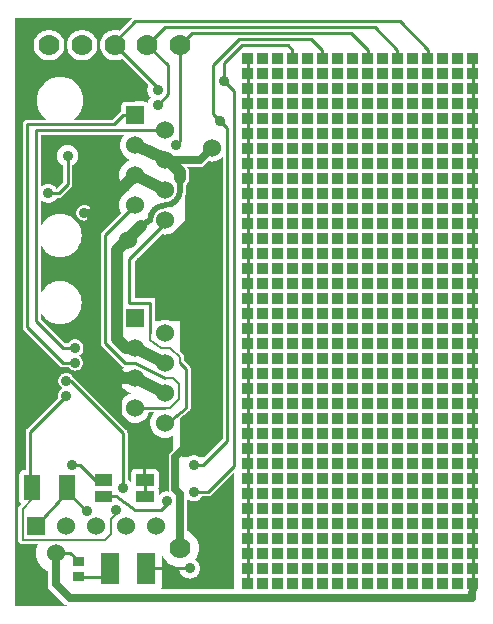
<source format=gtl>
G04 start of page 2 for group 0 idx 0 *
G04 Title: (unknown), component *
G04 Creator: pcb 1.99z *
G04 CreationDate: Tue 27 Apr 2010 23:23:43 GMT UTC *
G04 For: richard *
G04 Format: Gerber/RS-274X *
G04 PCB-Dimensions: 157480 196850 *
G04 PCB-Coordinate-Origin: lower left *
%MOIN*%
%FSLAX25Y25*%
%LNFRONT*%
%ADD11C,0.0200*%
%ADD12C,0.0100*%
%ADD13C,0.0400*%
%ADD14C,0.0250*%
%ADD15C,0.0079*%
%ADD16C,0.0600*%
%ADD17C,0.0360*%
%ADD18C,0.0700*%
%ADD19R,0.0530X0.0530*%
%ADD20R,0.0394X0.0394*%
%ADD21R,0.0295X0.0295*%
%ADD22R,0.0600X0.0600*%
%ADD23C,0.0350*%
%ADD24C,0.1280*%
%ADD25C,0.0380*%
%ADD26C,0.0197*%
G54D11*G36*
X51829Y38597D02*X51501Y38676D01*
X51000Y38715D01*
X50499Y38676D01*
X50011Y38558D01*
X49547Y38366D01*
X49119Y38104D01*
X48737Y37778D01*
X48461Y37455D01*
X48452Y39208D01*
X48386Y39481D01*
X48289Y39715D01*
X48386Y39949D01*
X48452Y40222D01*
X48474Y40502D01*
X48452Y44720D01*
X48386Y44993D01*
X48279Y45252D01*
X48133Y45491D01*
X47950Y45704D01*
X47737Y45887D01*
X47498Y46033D01*
X47239Y46140D01*
X46966Y46206D01*
X46686Y46228D01*
X40500Y46206D01*
X40227Y46140D01*
X39968Y46033D01*
X39729Y45887D01*
X39516Y45704D01*
X39333Y45491D01*
X39187Y45252D01*
X39080Y44993D01*
X39014Y44720D01*
X38992Y44440D01*
X39005Y41876D01*
X38877Y42026D01*
X38495Y42352D01*
X38095Y42597D01*
X37999Y58005D01*
X38000Y58016D01*
X37988Y58167D01*
X37981Y58252D01*
X37980Y58259D01*
X37926Y58479D01*
X37924Y58487D01*
X37871Y58612D01*
X37836Y58697D01*
X37833Y58702D01*
X37832Y58704D01*
X37759Y58822D01*
X37713Y58897D01*
X37711Y58900D01*
X37708Y58904D01*
X37656Y58964D01*
X37560Y59076D01*
X20067Y76569D01*
X20061Y76576D01*
X19882Y76729D01*
X19744Y76813D01*
X19603Y77043D01*
X19338Y77353D01*
X19028Y77618D01*
X18680Y77832D01*
X18303Y77988D01*
X17907Y78083D01*
X17500Y78115D01*
X17093Y78083D01*
X16697Y77988D01*
X16320Y77832D01*
X15972Y77618D01*
X15662Y77353D01*
X15397Y77043D01*
X15183Y76695D01*
X15027Y76318D01*
X14932Y75922D01*
X14900Y75515D01*
X14932Y75108D01*
X15027Y74712D01*
X15183Y74335D01*
X15397Y73987D01*
X15662Y73677D01*
X15972Y73412D01*
X16320Y73198D01*
X16502Y73123D01*
X16229Y73010D01*
X15854Y72780D01*
X15520Y72495D01*
X15235Y72161D01*
X15005Y71786D01*
X14837Y71380D01*
X14734Y70953D01*
X14700Y70515D01*
X14734Y70077D01*
X14774Y69911D01*
X4439Y59576D01*
X4286Y59397D01*
X4163Y59196D01*
X4072Y58979D01*
X4017Y58750D01*
X3999Y58515D01*
Y45848D01*
X3300Y45845D01*
X3056Y45787D01*
X2824Y45691D01*
X2610Y45559D01*
X2419Y45396D01*
X2256Y45205D01*
X2124Y44991D01*
X2028Y44759D01*
X1970Y44515D01*
X1950Y44265D01*
X1970Y35515D01*
X2028Y35271D01*
X2124Y35039D01*
X2256Y34825D01*
X2419Y34634D01*
X2573Y34502D01*
X1943Y33872D01*
X1845Y33756D01*
X1791Y33693D01*
X1669Y33493D01*
X1579Y33277D01*
X1524Y33049D01*
X1506Y32815D01*
Y22515D01*
X1524Y22281D01*
X1579Y22053D01*
X1669Y21837D01*
X1791Y21637D01*
X1944Y21459D01*
X2122Y21306D01*
X2322Y21184D01*
X2538Y21094D01*
X2766Y21039D01*
X3000Y21021D01*
X8054D01*
X7717Y20208D01*
X7469Y19172D01*
X7385Y18110D01*
X7469Y17048D01*
X7717Y16012D01*
X8125Y15028D01*
X8681Y14120D01*
X9373Y13310D01*
X10183Y12618D01*
X11091Y12062D01*
X11323Y11966D01*
Y7874D01*
X11358Y7428D01*
X11462Y6993D01*
X11533Y6822D01*
X11633Y6581D01*
X11867Y6199D01*
X12157Y5859D01*
X16882Y1134D01*
X17223Y843D01*
X17605Y609D01*
X18018Y438D01*
X18206Y393D01*
X394D01*
Y78740D01*
X35811D01*
X35555Y78122D01*
X35364Y77328D01*
X35300Y76515D01*
X35364Y75702D01*
X35555Y74908D01*
X35867Y74154D01*
X36293Y73459D01*
X36823Y72838D01*
X37444Y72308D01*
X38139Y71882D01*
X38893Y71570D01*
X39548Y71412D01*
X38955Y71270D01*
X38230Y70970D01*
X37561Y70560D01*
X36964Y70051D01*
X36455Y69454D01*
X36045Y68785D01*
X35745Y68060D01*
X35562Y67297D01*
X35500Y66515D01*
X35562Y65733D01*
X35745Y64970D01*
X36045Y64245D01*
X36455Y63576D01*
X36964Y62979D01*
X37561Y62470D01*
X38230Y62060D01*
X38955Y61760D01*
X39718Y61577D01*
X40500Y61515D01*
X41282Y61577D01*
X42045Y61760D01*
X42770Y62060D01*
X43439Y62470D01*
X44036Y62979D01*
X44545Y63576D01*
X44955Y64245D01*
X45255Y64970D01*
X45266Y65015D01*
X46933D01*
X46455Y64454D01*
X46045Y63785D01*
X45745Y63060D01*
X45562Y62297D01*
X45500Y61515D01*
X45562Y60733D01*
X45745Y59970D01*
X46045Y59245D01*
X46455Y58576D01*
X46964Y57979D01*
X47561Y57470D01*
X48230Y57060D01*
X48955Y56760D01*
X49718Y56577D01*
X50500Y56515D01*
X51282Y56577D01*
X52045Y56760D01*
X52770Y57060D01*
X53150Y57293D01*
Y52103D01*
X52915Y52006D01*
X52614Y51821D01*
X52345Y51592D01*
X52116Y51323D01*
X51931Y51022D01*
X51796Y50696D01*
X51714Y50352D01*
X51686Y50000D01*
Y39370D01*
X51715Y39018D01*
X51797Y38675D01*
X51829Y38597D01*
G37*
G36*
X49574Y17609D02*X49899Y16825D01*
X50415Y15982D01*
X51057Y15230D01*
X51809Y14588D01*
X52652Y14072D01*
X53565Y13693D01*
X54526Y13463D01*
X55293Y13402D01*
X55261Y12992D01*
X55303Y12460D01*
X55427Y11941D01*
X55632Y11448D01*
X55910Y10994D01*
X56257Y10588D01*
X56663Y10241D01*
X57117Y9963D01*
X57610Y9758D01*
X58129Y9634D01*
X58661Y9592D01*
X59193Y9634D01*
X59712Y9758D01*
X60205Y9963D01*
X60659Y10241D01*
X61065Y10588D01*
X61412Y10994D01*
X61690Y11448D01*
X61895Y11941D01*
X62019Y12460D01*
X62061Y12992D01*
X62019Y13524D01*
X61895Y14043D01*
X61690Y14536D01*
X61412Y14990D01*
X61065Y15396D01*
X60659Y15743D01*
X60492Y15845D01*
X60609Y15982D01*
X61125Y16825D01*
X61504Y17738D01*
X61734Y18699D01*
X61812Y19685D01*
X61734Y20671D01*
X61504Y21632D01*
X61125Y22545D01*
X60609Y23388D01*
X59967Y24140D01*
X59215Y24782D01*
X58372Y25298D01*
X57762Y25551D01*
Y36231D01*
X58119Y35926D01*
X58547Y35664D01*
X59011Y35472D01*
X59499Y35354D01*
X60000Y35315D01*
X60501Y35354D01*
X60989Y35472D01*
X61453Y35664D01*
X61881Y35926D01*
X62263Y36252D01*
X62589Y36634D01*
X62822Y37015D01*
X64893D01*
X65128Y37032D01*
X65357Y37087D01*
X65574Y37178D01*
X65775Y37301D01*
X65954Y37454D01*
X65966Y37468D01*
X73622Y45124D01*
Y5999D01*
X48798D01*
X48841Y6036D01*
X49106Y6346D01*
X49320Y6694D01*
X49476Y7071D01*
X49571Y7467D01*
X49603Y7874D01*
X49574Y17609D01*
G37*
G36*
X23500Y157515D02*X36933D01*
X36455Y156954D01*
X36045Y156285D01*
X35745Y155560D01*
X35562Y154797D01*
X35500Y154015D01*
X35562Y153233D01*
X35745Y152470D01*
X36045Y151745D01*
X36455Y151076D01*
X36964Y150479D01*
X37561Y149970D01*
X38230Y149560D01*
X38955Y149260D01*
X39120Y149220D01*
X38831Y149151D01*
X38048Y148826D01*
X37326Y148384D01*
X36682Y147833D01*
X36131Y147189D01*
X35689Y146467D01*
X35364Y145684D01*
X35166Y144860D01*
X35100Y144015D01*
X35166Y143170D01*
X35364Y142346D01*
X35689Y141563D01*
X36131Y140841D01*
X36682Y140197D01*
X37326Y139646D01*
X38048Y139204D01*
X38503Y139015D01*
X38048Y138826D01*
X37326Y138384D01*
X36682Y137833D01*
X36131Y137189D01*
X35689Y136467D01*
X35364Y135684D01*
X35166Y134860D01*
X35100Y134015D01*
X35166Y133170D01*
X35364Y132346D01*
X35689Y131563D01*
X35779Y131416D01*
X29439Y125076D01*
X29286Y124897D01*
X29163Y124696D01*
X29073Y124479D01*
X29018Y124250D01*
X29000Y124015D01*
Y88015D01*
X29018Y87780D01*
X29073Y87551D01*
X29163Y87334D01*
X29286Y87133D01*
X29439Y86954D01*
X29446Y86948D01*
X35933Y80461D01*
X35939Y80454D01*
X36118Y80301D01*
X36319Y80178D01*
X36536Y80088D01*
X36701Y80048D01*
X36293Y79571D01*
X35867Y78876D01*
X35648Y78346D01*
X23500D01*
Y128927D01*
X23905Y128959D01*
X24300Y129054D01*
X24675Y129209D01*
X25021Y129421D01*
X25330Y129685D01*
X25594Y129994D01*
X25806Y130340D01*
X25961Y130715D01*
X26056Y131110D01*
X26088Y131515D01*
X26056Y131920D01*
X25961Y132315D01*
X25806Y132690D01*
X25594Y133036D01*
X25330Y133345D01*
X25021Y133609D01*
X24675Y133821D01*
X24300Y133976D01*
X23905Y134071D01*
X23500Y134103D01*
Y157515D01*
G37*
G36*
Y196456D02*X39630D01*
X39490Y196336D01*
X35411Y192257D01*
X34656Y192438D01*
X33858Y192501D01*
X33060Y192438D01*
X32282Y192251D01*
X31543Y191945D01*
X30860Y191527D01*
X30252Y191007D01*
X29732Y190399D01*
X29314Y189716D01*
X29008Y188977D01*
X28821Y188199D01*
X28758Y187401D01*
X28821Y186603D01*
X29008Y185825D01*
X29314Y185086D01*
X29732Y184403D01*
X30252Y183795D01*
X30860Y183275D01*
X31543Y182857D01*
X32282Y182551D01*
X33060Y182364D01*
X33858Y182301D01*
X34656Y182364D01*
X35434Y182551D01*
X36173Y182857D01*
X36240Y182898D01*
X45012Y174126D01*
X44971Y174059D01*
X44766Y173566D01*
X44642Y173047D01*
X44600Y172515D01*
X44642Y171983D01*
X44766Y171464D01*
X44971Y170971D01*
X45249Y170517D01*
X45596Y170111D01*
X45708Y170015D01*
X45596Y169919D01*
X45249Y169513D01*
X44971Y169059D01*
X44766Y168566D01*
X44658Y168114D01*
X44631Y168146D01*
X44440Y168309D01*
X44226Y168441D01*
X43994Y168537D01*
X43750Y168595D01*
X43500Y168615D01*
X37250Y168595D01*
X37006Y168537D01*
X36774Y168441D01*
X36560Y168309D01*
X36369Y168146D01*
X36206Y167955D01*
X36074Y167741D01*
X35978Y167509D01*
X35920Y167265D01*
X35900Y167015D01*
X35905Y165388D01*
X35819Y165352D01*
X35618Y165229D01*
X35439Y165076D01*
X32878Y162515D01*
X23500D01*
Y182353D01*
X23633Y182364D01*
X24411Y182551D01*
X25150Y182857D01*
X25833Y183275D01*
X26441Y183795D01*
X26961Y184403D01*
X27379Y185086D01*
X27685Y185825D01*
X27872Y186603D01*
X27935Y187401D01*
X27872Y188199D01*
X27685Y188977D01*
X27379Y189716D01*
X26961Y190399D01*
X26441Y191007D01*
X25833Y191527D01*
X25150Y191945D01*
X24411Y192251D01*
X23633Y192438D01*
X23500Y192448D01*
Y196456D01*
G37*
G36*
X11811Y84083D02*X15433Y80461D01*
X15439Y80454D01*
X15618Y80301D01*
X15819Y80178D01*
X16036Y80088D01*
X16265Y80033D01*
X16500Y80015D01*
X18380D01*
X18397Y79987D01*
X18662Y79677D01*
X18972Y79412D01*
X19320Y79198D01*
X19697Y79042D01*
X20093Y78947D01*
X20500Y78915D01*
X20907Y78947D01*
X21303Y79042D01*
X21680Y79198D01*
X22028Y79412D01*
X22338Y79677D01*
X22603Y79987D01*
X22817Y80335D01*
X22973Y80712D01*
X23068Y81108D01*
X23100Y81515D01*
X23068Y81922D01*
X22973Y82318D01*
X22817Y82695D01*
X22603Y83043D01*
X22338Y83353D01*
X22028Y83618D01*
X21680Y83832D01*
X21498Y83907D01*
X21771Y84020D01*
X22146Y84250D01*
X22480Y84535D01*
X22765Y84869D01*
X22995Y85244D01*
X23163Y85650D01*
X23266Y86077D01*
X23300Y86515D01*
X23266Y86953D01*
X23163Y87380D01*
X22995Y87786D01*
X22765Y88161D01*
X22480Y88495D01*
X22146Y88780D01*
X21771Y89010D01*
X21365Y89178D01*
X20938Y89281D01*
X20500Y89315D01*
X20062Y89281D01*
X19635Y89178D01*
X19229Y89010D01*
X18854Y88780D01*
X18520Y88495D01*
X18235Y88161D01*
X18145Y88015D01*
X17121D01*
X11811Y93325D01*
Y95371D01*
X12237Y95110D01*
X13279Y94679D01*
X14376Y94415D01*
X15500Y94327D01*
X16624Y94415D01*
X17721Y94679D01*
X18763Y95110D01*
X19725Y95700D01*
X20583Y96432D01*
X21315Y97290D01*
X21905Y98252D01*
X22336Y99294D01*
X22600Y100391D01*
X22688Y101515D01*
X22600Y102639D01*
X22336Y103736D01*
X21905Y104778D01*
X21315Y105740D01*
X20583Y106598D01*
X19725Y107330D01*
X18763Y107920D01*
X17721Y108351D01*
X16624Y108615D01*
X15500Y108703D01*
X14376Y108615D01*
X13279Y108351D01*
X12237Y107920D01*
X11811Y107659D01*
Y117857D01*
X12231Y117600D01*
X13275Y117167D01*
X14374Y116904D01*
X15500Y116815D01*
X16626Y116904D01*
X17725Y117167D01*
X18769Y117600D01*
X19732Y118190D01*
X20591Y118924D01*
X21325Y119783D01*
X21915Y120746D01*
X22348Y121790D01*
X22611Y122889D01*
X22700Y124015D01*
X22611Y125141D01*
X22348Y126240D01*
X21915Y127284D01*
X21325Y128247D01*
X20591Y129106D01*
X19732Y129840D01*
X18769Y130430D01*
X17725Y130863D01*
X16626Y131126D01*
X15500Y131215D01*
X14374Y131126D01*
X13275Y130863D01*
X12231Y130430D01*
X11811Y130173D01*
Y134839D01*
X12001Y134854D01*
X12489Y134972D01*
X12953Y135164D01*
X13381Y135426D01*
X13763Y135752D01*
X14089Y136134D01*
X14322Y136515D01*
X15000D01*
X15235Y136533D01*
X15464Y136588D01*
X15681Y136678D01*
X15882Y136801D01*
X16061Y136954D01*
X16073Y136968D01*
X19047Y139942D01*
X19061Y139954D01*
X19214Y140133D01*
X19337Y140334D01*
X19427Y140551D01*
X19482Y140780D01*
X19500Y141015D01*
Y147252D01*
X19634Y147307D01*
X20116Y147603D01*
X20546Y147969D01*
X20912Y148399D01*
X21208Y148881D01*
X21424Y149403D01*
X21556Y149952D01*
X21600Y150515D01*
X21556Y151078D01*
X21424Y151627D01*
X21208Y152149D01*
X20912Y152631D01*
X20546Y153061D01*
X20116Y153427D01*
X19634Y153723D01*
X19112Y153939D01*
X18563Y154071D01*
X18000Y154115D01*
X17437Y154071D01*
X16888Y153939D01*
X16366Y153723D01*
X15884Y153427D01*
X15454Y153061D01*
X15088Y152631D01*
X14792Y152149D01*
X14576Y151627D01*
X14444Y151078D01*
X14400Y150515D01*
X14444Y149952D01*
X14576Y149403D01*
X14792Y148881D01*
X15088Y148399D01*
X15454Y147969D01*
X15884Y147603D01*
X16366Y147307D01*
X16500Y147252D01*
Y141637D01*
X14378Y139515D01*
X14322D01*
X14089Y139896D01*
X13763Y140278D01*
X13381Y140604D01*
X12953Y140866D01*
X12489Y141058D01*
X12001Y141176D01*
X11811Y141191D01*
Y157515D01*
X23500D01*
Y134103D01*
X23095Y134071D01*
X22700Y133976D01*
X22325Y133821D01*
X21979Y133609D01*
X21670Y133345D01*
X21406Y133036D01*
X21194Y132690D01*
X21039Y132315D01*
X20944Y131920D01*
X20912Y131515D01*
X20944Y131110D01*
X21039Y130715D01*
X21194Y130340D01*
X21406Y129994D01*
X21670Y129685D01*
X21979Y129421D01*
X22325Y129209D01*
X22700Y129054D01*
X23095Y128959D01*
X23500Y128927D01*
Y78346D01*
X11811D01*
Y84083D01*
G37*
G36*
Y196456D02*X23500D01*
Y192448D01*
X22835Y192501D01*
X22037Y192438D01*
X21259Y192251D01*
X20520Y191945D01*
X19837Y191527D01*
X19229Y191007D01*
X18709Y190399D01*
X18291Y189716D01*
X17985Y188977D01*
X17798Y188199D01*
X17735Y187401D01*
X17798Y186603D01*
X17985Y185825D01*
X18291Y185086D01*
X18709Y184403D01*
X19229Y183795D01*
X19837Y183275D01*
X20520Y182857D01*
X21259Y182551D01*
X22037Y182364D01*
X22835Y182301D01*
X23500Y182353D01*
Y162515D01*
X19775D01*
X20085Y162705D01*
X21015Y163500D01*
X21810Y164430D01*
X22450Y165474D01*
X22918Y166605D01*
X23204Y167795D01*
X23300Y169015D01*
X23204Y170235D01*
X22918Y171425D01*
X22450Y172556D01*
X21810Y173600D01*
X21015Y174530D01*
X20085Y175325D01*
X19041Y175965D01*
X17910Y176433D01*
X16720Y176719D01*
X15500Y176815D01*
X14280Y176719D01*
X13090Y176433D01*
X11959Y175965D01*
X11811Y175874D01*
Y182301D01*
X12609Y182364D01*
X13387Y182551D01*
X14126Y182857D01*
X14809Y183275D01*
X15417Y183795D01*
X15937Y184403D01*
X16355Y185086D01*
X16661Y185825D01*
X16848Y186603D01*
X16911Y187401D01*
X16848Y188199D01*
X16661Y188977D01*
X16355Y189716D01*
X15937Y190399D01*
X15417Y191007D01*
X14809Y191527D01*
X14126Y191945D01*
X13387Y192251D01*
X12609Y192438D01*
X11811Y192501D01*
Y196456D01*
G37*
G36*
Y141191D02*X11500Y141215D01*
X10999Y141176D01*
X10511Y141058D01*
X10047Y140866D01*
X9619Y140604D01*
X9237Y140278D01*
X8999Y139999D01*
Y157515D01*
X11811D01*
Y141191D01*
G37*
G36*
Y130173D02*X11268Y129840D01*
X10409Y129106D01*
X9675Y128247D01*
X9085Y127284D01*
X8999Y127077D01*
Y136031D01*
X9237Y135752D01*
X9619Y135426D01*
X10047Y135164D01*
X10511Y134972D01*
X10999Y134854D01*
X11500Y134815D01*
X11811Y134839D01*
Y130173D01*
G37*
G36*
Y107659D02*X11275Y107330D01*
X10417Y106598D01*
X9685Y105740D01*
X9095Y104778D01*
X8999Y104546D01*
Y120953D01*
X9085Y120746D01*
X9675Y119783D01*
X10409Y118924D01*
X11268Y118190D01*
X11811Y117857D01*
Y107659D01*
G37*
G36*
Y93325D02*X8999Y96137D01*
Y98484D01*
X9095Y98252D01*
X9685Y97290D01*
X10417Y96432D01*
X11275Y95700D01*
X11811Y95371D01*
Y93325D01*
G37*
G36*
X394Y78346D02*Y196456D01*
X11811D01*
Y192501D01*
X11013Y192438D01*
X10235Y192251D01*
X9496Y191945D01*
X8813Y191527D01*
X8205Y191007D01*
X7685Y190399D01*
X7267Y189716D01*
X6961Y188977D01*
X6774Y188199D01*
X6711Y187401D01*
X6774Y186603D01*
X6961Y185825D01*
X7267Y185086D01*
X7685Y184403D01*
X8205Y183795D01*
X8813Y183275D01*
X9496Y182857D01*
X10235Y182551D01*
X11013Y182364D01*
X11811Y182301D01*
Y175874D01*
X10915Y175325D01*
X9985Y174530D01*
X9190Y173600D01*
X8550Y172556D01*
X8082Y171425D01*
X7796Y170235D01*
X7700Y169015D01*
X7796Y167795D01*
X8082Y166605D01*
X8550Y165474D01*
X9190Y164430D01*
X9985Y163500D01*
X10915Y162705D01*
X11225Y162515D01*
X4500D01*
X4265Y162497D01*
X4036Y162442D01*
X3819Y162352D01*
X3618Y162229D01*
X3439Y162076D01*
X3286Y161897D01*
X3163Y161696D01*
X3073Y161479D01*
X3018Y161250D01*
X3000Y161015D01*
Y93515D01*
X3019Y93281D01*
X3073Y93052D01*
X3163Y92835D01*
X3286Y92634D01*
X3439Y92455D01*
X11811Y84083D01*
Y78346D01*
X394D01*
G37*
G36*
X69759Y56132D02*X63642Y50015D01*
X61985D01*
X61881Y50104D01*
X61453Y50366D01*
X60989Y50558D01*
X60501Y50676D01*
X60000Y50715D01*
X59499Y50676D01*
X59011Y50558D01*
X58547Y50366D01*
X58119Y50104D01*
X58015Y50015D01*
X56186D01*
X56160Y50352D01*
X56078Y50696D01*
X55943Y51022D01*
X55758Y51323D01*
X55529Y51592D01*
X55500Y51617D01*
Y63085D01*
X58371Y65294D01*
X58382Y65301D01*
X58398Y65315D01*
X58414Y65327D01*
X58460Y65367D01*
X58561Y65454D01*
X58576Y65471D01*
X58590Y65484D01*
X58644Y65551D01*
X58714Y65633D01*
X58725Y65651D01*
X58738Y65667D01*
X58784Y65748D01*
X58837Y65834D01*
X58845Y65854D01*
X58855Y65871D01*
X58890Y65962D01*
X58927Y66051D01*
X58933Y66074D01*
X58939Y66091D01*
X58958Y66178D01*
X58982Y66280D01*
X58984Y66300D01*
X58988Y66321D01*
X58993Y66425D01*
X59000Y66515D01*
Y79516D01*
X58982Y79750D01*
X58927Y79979D01*
X58837Y80196D01*
X58714Y80397D01*
X58561Y80576D01*
X58554Y80582D01*
X56794Y82342D01*
Y83515D01*
X56790Y83565D01*
Y83615D01*
X56782Y83667D01*
X56778Y83717D01*
X56767Y83763D01*
X56759Y83815D01*
X56742Y83867D01*
X56731Y83915D01*
X56714Y83956D01*
X56697Y84009D01*
X56669Y84064D01*
X56653Y84102D01*
X56633Y84134D01*
X56605Y84190D01*
X56572Y84235D01*
X56547Y84276D01*
X56513Y84315D01*
X56485Y84354D01*
X56448Y84392D01*
X56415Y84430D01*
X56378Y84462D01*
X56342Y84498D01*
X55500Y85220D01*
Y95515D01*
X52305D01*
X51860Y95700D01*
X51188Y95861D01*
X50500Y95915D01*
X49812Y95861D01*
X49140Y95700D01*
X48695Y95515D01*
X47000D01*
Y103015D01*
X40500D01*
Y115515D01*
X49354Y124369D01*
X49749Y124274D01*
X50500Y124215D01*
X51251Y124274D01*
X51983Y124450D01*
X52679Y124738D01*
X53321Y125132D01*
X53894Y125621D01*
X54383Y126194D01*
X54556Y126476D01*
X57000Y128771D01*
X57022Y136487D01*
X57077Y136621D01*
X57261Y137204D01*
X57393Y137800D01*
X57473Y138405D01*
X57500Y139015D01*
Y140791D01*
X57621Y140894D01*
X57927Y141252D01*
X58173Y141653D01*
X58353Y142088D01*
X58463Y142546D01*
X58500Y143015D01*
Y145016D01*
X58463Y145485D01*
X58353Y145943D01*
X58173Y146378D01*
X57936Y146765D01*
X62008D01*
X62360Y146793D01*
X62703Y146875D01*
X63029Y147010D01*
X63331Y147195D01*
X63599Y147424D01*
X63611Y147438D01*
X64903Y148730D01*
X65422Y148606D01*
X66142Y148549D01*
X66862Y148606D01*
X67563Y148774D01*
X68230Y149050D01*
X68846Y149428D01*
X69395Y149896D01*
X69759Y150323D01*
Y56132D01*
G37*
G54D12*X66535Y164567D02*Y180708D01*
X73622Y172047D02*X70079Y175590D01*
Y181495D01*
X48000Y167515D02*X51575Y171090D01*
X75197Y189370D02*X99213D01*
X40551Y195275D02*X128740D01*
X50394Y193307D02*X120472D01*
X91339Y187401D02*X92913Y185826D01*
X112598Y191338D02*X59449D01*
X128740Y195275D02*X138189Y185826D01*
Y183070D01*
X127953Y185826D02*Y183070D01*
X118110Y185826D02*Y183070D01*
X99213Y189370D02*X102756Y185826D01*
X120472Y193307D02*X127953Y185826D01*
X112598Y191338D02*X118110Y185826D01*
X66535Y180708D02*X75197Y189370D01*
X70079Y181495D02*X75984Y187401D01*
X102756Y185826D02*Y183070D01*
X75984Y187401D02*X91339D01*
X92913Y185826D02*Y183070D01*
X33858Y188582D02*X40551Y195275D01*
X51575Y171090D02*Y180708D01*
X44488Y187401D01*
X50394Y193307D01*
X55512Y187401D02*X59449Y191338D01*
X48031Y173228D02*X33858Y187401D01*
Y188582D01*
X48000Y172515D02*X48031Y173228D01*
X40500Y164015D02*X36500D01*
G54D13*X40500Y154015D02*X51500Y149015D01*
X40500Y144015D02*X50500Y139015D01*
G54D11*X55500D02*Y143015D01*
G54D12*X55512Y155527D02*Y187401D01*
G54D14*X62008Y149015D02*X66142Y153149D01*
G54D12*X71260Y159842D02*X68898Y162204D01*
X66535Y164567D01*
X54000Y154015D02*X55512Y155527D01*
G54D14*X14173Y7874D02*X18898Y3149D01*
X14173Y18110D02*Y7874D01*
G54D15*X3000Y32815D02*X6200Y36015D01*
Y40015D01*
G54D12*X5500Y39015D02*X5700Y38115D01*
G54D15*X3000Y22515D02*Y32815D01*
X30500Y22515D02*X3000D01*
X32500Y24515D02*X30500Y22515D01*
X34000Y31015D02*X32500Y29515D01*
Y24515D01*
G54D12*X17800Y38315D02*X7500Y27015D01*
X14173Y18110D02*X18898D01*
X21654Y15354D01*
Y10236D02*X29527D01*
X32283Y12992D01*
X30009Y37015D02*X29953Y36959D01*
X34000Y37015D02*X30009D01*
X40500Y32515D02*X34000Y37015D01*
X22000Y47515D02*X19500D01*
X27000Y42515D02*X22000Y47515D01*
X29953Y42471D02*X27000Y42515D01*
X49000Y32515D02*X40500D01*
X51000Y34515D02*X49000Y32515D01*
X51000Y35515D02*Y34515D01*
X43500Y42704D02*X43733Y42471D01*
Y36959D01*
X17800Y38315D02*Y41515D01*
X24500Y32015D02*X17800Y38315D01*
X18800Y39015D02*X17800Y40015D01*
Y38315D01*
G54D14*X18898Y3149D02*X152756D01*
X153000Y7850D01*
G54D12*X60000Y47515D02*X61000D01*
X63264D02*X71260Y55511D01*
X64893Y38515D02*X73622Y47244D01*
X60000Y38515D02*X64893D01*
X43500Y56015D02*Y42704D01*
G54D14*X57874Y53937D02*X53937Y50000D01*
Y39370D01*
X55512Y37795D01*
Y19685D01*
G54D12*X58661Y12992D02*X44003D01*
G54D15*X34000Y32515D02*Y31015D01*
X45500Y89015D02*Y91515D01*
G54D13*X36000Y76515D02*X40500D01*
G54D12*X36500Y58015D02*X36614Y39763D01*
X35500Y64015D02*Y76515D01*
G54D15*X49000Y86515D02*X45500Y89015D01*
G54D13*X37500Y86515D02*X34500Y89515D01*
G54D12*X16500Y81515D02*X20500D01*
G54D15*X52000Y86515D02*X49000D01*
X55500Y83515D02*X52000Y86515D01*
G54D12*X55500Y81515D02*X57500Y79515D01*
G54D13*X50500Y81515D02*X40500Y86515D01*
G54D12*X50500Y76515D02*X40500Y81515D01*
G54D13*X26500Y86015D02*X36000Y76515D01*
G54D12*X17500Y75515D02*X19000D01*
X43500Y56015D02*X35500Y64015D01*
X19000Y75515D02*X36500Y58015D01*
X17500Y70515D02*X5500Y58515D01*
Y39015D01*
X35500Y76515D02*X40500D01*
X57500Y66515D02*X51000Y61515D01*
X57500Y79515D02*Y66515D01*
G54D15*X55000Y69515D02*X52000Y66515D01*
X50500Y76515D02*X53000D01*
G54D12*X40500Y66515D02*X50500D01*
G54D15*X53000Y76515D02*X55000Y74515D01*
X52000Y66515D02*X50500D01*
X55000Y74515D02*Y69515D01*
G54D13*X40500Y76515D02*X50500Y71515D01*
G54D15*X55500Y81515D02*Y83515D01*
G54D12*X73622Y47244D02*Y172047D01*
X60000Y47515D02*X63264D01*
X71260Y55511D02*Y159842D01*
G54D14*X50500Y149015D02*X52500D01*
X64500Y113515D02*X53500D01*
G54D13*X51500Y149015D02*X55500Y145015D01*
Y143015D01*
G54D12*X52000Y130515D02*X50500Y129015D01*
G54D14*Y149015D02*X62008D01*
G54D12*X38500Y101515D02*X45500D01*
Y91515D02*Y101515D01*
G54D13*X40500Y86515D02*X37500D01*
G54D12*X78000Y182850D02*Y7850D01*
X153000Y182850D02*Y7850D01*
X18000Y150515D02*Y141015D01*
X33500Y161015D02*X4500D01*
X36500Y164015D02*X33500Y161015D01*
X50500Y159015D02*X7500D01*
X38500Y116015D02*Y101515D01*
G54D11*X42500Y127015D02*X45500Y129015D01*
G54D12*X38500Y116015D02*X50500Y128015D01*
G54D13*X34500Y119015D02*X42500Y127015D01*
X26500Y130015D02*X40500Y144015D01*
G54D12*X16500Y86515D02*X20500D01*
X15000Y138015D02*X11500D01*
X18000Y141015D02*X15000Y138015D01*
X30500Y124015D02*X40500Y134015D01*
G54D14*X23500Y131515D02*X26382D01*
G54D12*X7500Y95515D02*Y159015D01*
X4500Y93515D02*X16500Y81515D01*
X4500Y93515D02*Y161015D01*
G54D13*X26500Y130015D02*Y86015D01*
G54D12*X7500Y95515D02*X16500Y86515D01*
X30500Y88015D02*Y124015D01*
G54D13*X34500Y119015D02*Y89515D01*
G54D12*X37000Y81515D02*X30500Y88015D01*
X40500Y81515D02*X37000D01*
G54D11*X50500Y134015D02*G75*G03X55500Y139015I0J5000D01*G01*
X50500Y134015D02*G75*G03X45500Y129015I0J-5000D01*G01*
G54D16*X50500Y81515D03*
Y91515D03*
Y71515D03*
X40500Y86515D03*
Y134015D03*
Y154015D03*
Y144015D03*
G54D11*G36*
X37500Y167015D02*Y161015D01*
X43500D01*
Y167015D01*
X37500D01*
G37*
G36*
Y99515D02*Y93515D01*
X43500D01*
Y99515D01*
X37500D01*
G37*
G54D16*X50500Y129015D03*
Y149015D03*
Y159015D03*
Y139015D03*
X37500Y27015D03*
X47500D03*
X50500Y61515D03*
X40500Y66515D03*
G54D11*G36*
X4500Y30015D02*Y24015D01*
X10500D01*
Y30015D01*
X4500D01*
G37*
G54D16*X17500Y27015D03*
X27500D03*
X40500Y76515D03*
G54D11*G36*
X151091Y9759D02*Y5941D01*
X154909D01*
Y9759D01*
X151091D01*
G37*
G36*
Y24759D02*Y20941D01*
X154909D01*
Y24759D01*
X151091D01*
G37*
G36*
Y19759D02*Y15941D01*
X154909D01*
Y19759D01*
X151091D01*
G37*
G36*
Y14759D02*Y10941D01*
X154909D01*
Y14759D01*
X151091D01*
G37*
G36*
X76091Y24759D02*Y20941D01*
X79909D01*
Y24759D01*
X76091D01*
G37*
G36*
Y19759D02*Y15941D01*
X79909D01*
Y19759D01*
X76091D01*
G37*
G36*
X81091Y24759D02*Y20941D01*
X84909D01*
Y24759D01*
X81091D01*
G37*
G36*
Y19759D02*Y15941D01*
X84909D01*
Y19759D01*
X81091D01*
G37*
G36*
X76091Y14759D02*Y10941D01*
X79909D01*
Y14759D01*
X76091D01*
G37*
G36*
Y9759D02*Y5941D01*
X79909D01*
Y9759D01*
X76091D01*
G37*
G36*
X81091Y14759D02*Y10941D01*
X84909D01*
Y14759D01*
X81091D01*
G37*
G36*
Y9759D02*Y5941D01*
X84909D01*
Y9759D01*
X81091D01*
G37*
G36*
X86091Y24759D02*Y20941D01*
X89909D01*
Y24759D01*
X86091D01*
G37*
G36*
X91091D02*Y20941D01*
X94909D01*
Y24759D01*
X91091D01*
G37*
G36*
X86091Y19759D02*Y15941D01*
X89909D01*
Y19759D01*
X86091D01*
G37*
G36*
X91091D02*Y15941D01*
X94909D01*
Y19759D01*
X91091D01*
G37*
G36*
Y14759D02*Y10941D01*
X94909D01*
Y14759D01*
X91091D01*
G37*
G36*
Y9759D02*Y5941D01*
X94909D01*
Y9759D01*
X91091D01*
G37*
G36*
X86091Y14759D02*Y10941D01*
X89909D01*
Y14759D01*
X86091D01*
G37*
G36*
Y9759D02*Y5941D01*
X89909D01*
Y9759D01*
X86091D01*
G37*
G36*
X96091Y24759D02*Y20941D01*
X99909D01*
Y24759D01*
X96091D01*
G37*
G36*
Y19759D02*Y15941D01*
X99909D01*
Y19759D01*
X96091D01*
G37*
G36*
X101091Y24759D02*Y20941D01*
X104909D01*
Y24759D01*
X101091D01*
G37*
G36*
Y19759D02*Y15941D01*
X104909D01*
Y19759D01*
X101091D01*
G37*
G36*
X96091Y14759D02*Y10941D01*
X99909D01*
Y14759D01*
X96091D01*
G37*
G36*
Y9759D02*Y5941D01*
X99909D01*
Y9759D01*
X96091D01*
G37*
G36*
X101091Y14759D02*Y10941D01*
X104909D01*
Y14759D01*
X101091D01*
G37*
G36*
Y9759D02*Y5941D01*
X104909D01*
Y9759D01*
X101091D01*
G37*
G36*
X106091Y24759D02*Y20941D01*
X109909D01*
Y24759D01*
X106091D01*
G37*
G36*
Y19759D02*Y15941D01*
X109909D01*
Y19759D01*
X106091D01*
G37*
G36*
X111091Y24759D02*Y20941D01*
X114909D01*
Y24759D01*
X111091D01*
G37*
G36*
Y19759D02*Y15941D01*
X114909D01*
Y19759D01*
X111091D01*
G37*
G36*
X106091Y14759D02*Y10941D01*
X109909D01*
Y14759D01*
X106091D01*
G37*
G36*
Y9759D02*Y5941D01*
X109909D01*
Y9759D01*
X106091D01*
G37*
G36*
X111091Y14759D02*Y10941D01*
X114909D01*
Y14759D01*
X111091D01*
G37*
G36*
Y9759D02*Y5941D01*
X114909D01*
Y9759D01*
X111091D01*
G37*
G36*
X116091Y19759D02*Y15941D01*
X119909D01*
Y19759D01*
X116091D01*
G37*
G36*
Y14759D02*Y10941D01*
X119909D01*
Y14759D01*
X116091D01*
G37*
G36*
Y9759D02*Y5941D01*
X119909D01*
Y9759D01*
X116091D01*
G37*
G36*
Y24759D02*Y20941D01*
X119909D01*
Y24759D01*
X116091D01*
G37*
G36*
X121091D02*Y20941D01*
X124909D01*
Y24759D01*
X121091D01*
G37*
G36*
X126091D02*Y20941D01*
X129909D01*
Y24759D01*
X126091D01*
G37*
G36*
X141091D02*Y20941D01*
X144909D01*
Y24759D01*
X141091D01*
G37*
G36*
X121091Y19759D02*Y15941D01*
X124909D01*
Y19759D01*
X121091D01*
G37*
G36*
Y14759D02*Y10941D01*
X124909D01*
Y14759D01*
X121091D01*
G37*
G36*
Y9759D02*Y5941D01*
X124909D01*
Y9759D01*
X121091D01*
G37*
G36*
X126091Y19759D02*Y15941D01*
X129909D01*
Y19759D01*
X126091D01*
G37*
G36*
Y14759D02*Y10941D01*
X129909D01*
Y14759D01*
X126091D01*
G37*
G36*
Y9759D02*Y5941D01*
X129909D01*
Y9759D01*
X126091D01*
G37*
G36*
X131091Y24759D02*Y20941D01*
X134909D01*
Y24759D01*
X131091D01*
G37*
G36*
X136091D02*Y20941D01*
X139909D01*
Y24759D01*
X136091D01*
G37*
G36*
X131091Y19759D02*Y15941D01*
X134909D01*
Y19759D01*
X131091D01*
G37*
G36*
Y14759D02*Y10941D01*
X134909D01*
Y14759D01*
X131091D01*
G37*
G36*
Y9759D02*Y5941D01*
X134909D01*
Y9759D01*
X131091D01*
G37*
G36*
X136091Y19759D02*Y15941D01*
X139909D01*
Y19759D01*
X136091D01*
G37*
G36*
Y14759D02*Y10941D01*
X139909D01*
Y14759D01*
X136091D01*
G37*
G36*
Y9759D02*Y5941D01*
X139909D01*
Y9759D01*
X136091D01*
G37*
G36*
X141091Y19759D02*Y15941D01*
X144909D01*
Y19759D01*
X141091D01*
G37*
G36*
Y14759D02*Y10941D01*
X144909D01*
Y14759D01*
X141091D01*
G37*
G36*
Y9759D02*Y5941D01*
X144909D01*
Y9759D01*
X141091D01*
G37*
G36*
X146091Y24759D02*Y20941D01*
X149909D01*
Y24759D01*
X146091D01*
G37*
G36*
Y19759D02*Y15941D01*
X149909D01*
Y19759D01*
X146091D01*
G37*
G36*
Y14759D02*Y10941D01*
X149909D01*
Y14759D01*
X146091D01*
G37*
G36*
Y9759D02*Y5941D01*
X149909D01*
Y9759D01*
X146091D01*
G37*
G36*
X91091Y144759D02*Y140941D01*
X94909D01*
Y144759D01*
X91091D01*
G37*
G36*
Y139759D02*Y135941D01*
X94909D01*
Y139759D01*
X91091D01*
G37*
G36*
Y134759D02*Y130941D01*
X94909D01*
Y134759D01*
X91091D01*
G37*
G36*
Y129759D02*Y125941D01*
X94909D01*
Y129759D01*
X91091D01*
G37*
G36*
Y124759D02*Y120941D01*
X94909D01*
Y124759D01*
X91091D01*
G37*
G36*
Y119759D02*Y115941D01*
X94909D01*
Y119759D01*
X91091D01*
G37*
G36*
Y114759D02*Y110941D01*
X94909D01*
Y114759D01*
X91091D01*
G37*
G36*
Y109759D02*Y105941D01*
X94909D01*
Y109759D01*
X91091D01*
G37*
G36*
Y104759D02*Y100941D01*
X94909D01*
Y104759D01*
X91091D01*
G37*
G36*
Y99759D02*Y95941D01*
X94909D01*
Y99759D01*
X91091D01*
G37*
G36*
Y94759D02*Y90941D01*
X94909D01*
Y94759D01*
X91091D01*
G37*
G36*
X96091Y149759D02*Y145941D01*
X99909D01*
Y149759D01*
X96091D01*
G37*
G36*
Y144759D02*Y140941D01*
X99909D01*
Y144759D01*
X96091D01*
G37*
G36*
Y139759D02*Y135941D01*
X99909D01*
Y139759D01*
X96091D01*
G37*
G36*
Y134759D02*Y130941D01*
X99909D01*
Y134759D01*
X96091D01*
G37*
G36*
Y129759D02*Y125941D01*
X99909D01*
Y129759D01*
X96091D01*
G37*
G36*
Y124759D02*Y120941D01*
X99909D01*
Y124759D01*
X96091D01*
G37*
G36*
Y119759D02*Y115941D01*
X99909D01*
Y119759D01*
X96091D01*
G37*
G36*
Y114759D02*Y110941D01*
X99909D01*
Y114759D01*
X96091D01*
G37*
G36*
Y109759D02*Y105941D01*
X99909D01*
Y109759D01*
X96091D01*
G37*
G36*
Y104759D02*Y100941D01*
X99909D01*
Y104759D01*
X96091D01*
G37*
G36*
Y99759D02*Y95941D01*
X99909D01*
Y99759D01*
X96091D01*
G37*
G36*
Y94759D02*Y90941D01*
X99909D01*
Y94759D01*
X96091D01*
G37*
G36*
Y169759D02*Y165941D01*
X99909D01*
Y169759D01*
X96091D01*
G37*
G36*
Y164759D02*Y160941D01*
X99909D01*
Y164759D01*
X96091D01*
G37*
G36*
Y159759D02*Y155941D01*
X99909D01*
Y159759D01*
X96091D01*
G37*
G36*
Y154759D02*Y150941D01*
X99909D01*
Y154759D01*
X96091D01*
G37*
G36*
X101091Y174759D02*Y170941D01*
X104909D01*
Y174759D01*
X101091D01*
G37*
G36*
Y169759D02*Y165941D01*
X104909D01*
Y169759D01*
X101091D01*
G37*
G36*
Y164759D02*Y160941D01*
X104909D01*
Y164759D01*
X101091D01*
G37*
G36*
Y159759D02*Y155941D01*
X104909D01*
Y159759D01*
X101091D01*
G37*
G36*
Y154759D02*Y150941D01*
X104909D01*
Y154759D01*
X101091D01*
G37*
G36*
Y149759D02*Y145941D01*
X104909D01*
Y149759D01*
X101091D01*
G37*
G36*
Y144759D02*Y140941D01*
X104909D01*
Y144759D01*
X101091D01*
G37*
G36*
Y139759D02*Y135941D01*
X104909D01*
Y139759D01*
X101091D01*
G37*
G36*
Y134759D02*Y130941D01*
X104909D01*
Y134759D01*
X101091D01*
G37*
G36*
Y129759D02*Y125941D01*
X104909D01*
Y129759D01*
X101091D01*
G37*
G36*
Y124759D02*Y120941D01*
X104909D01*
Y124759D01*
X101091D01*
G37*
G36*
Y119759D02*Y115941D01*
X104909D01*
Y119759D01*
X101091D01*
G37*
G36*
Y114759D02*Y110941D01*
X104909D01*
Y114759D01*
X101091D01*
G37*
G36*
Y109759D02*Y105941D01*
X104909D01*
Y109759D01*
X101091D01*
G37*
G36*
Y104759D02*Y100941D01*
X104909D01*
Y104759D01*
X101091D01*
G37*
G36*
Y99759D02*Y95941D01*
X104909D01*
Y99759D01*
X101091D01*
G37*
G36*
Y94759D02*Y90941D01*
X104909D01*
Y94759D01*
X101091D01*
G37*
G36*
X106091Y144759D02*Y140941D01*
X109909D01*
Y144759D01*
X106091D01*
G37*
G36*
Y139759D02*Y135941D01*
X109909D01*
Y139759D01*
X106091D01*
G37*
G36*
Y134759D02*Y130941D01*
X109909D01*
Y134759D01*
X106091D01*
G37*
G36*
Y129759D02*Y125941D01*
X109909D01*
Y129759D01*
X106091D01*
G37*
G36*
Y124759D02*Y120941D01*
X109909D01*
Y124759D01*
X106091D01*
G37*
G36*
Y119759D02*Y115941D01*
X109909D01*
Y119759D01*
X106091D01*
G37*
G36*
Y114759D02*Y110941D01*
X109909D01*
Y114759D01*
X106091D01*
G37*
G36*
Y109759D02*Y105941D01*
X109909D01*
Y109759D01*
X106091D01*
G37*
G36*
Y104759D02*Y100941D01*
X109909D01*
Y104759D01*
X106091D01*
G37*
G36*
Y99759D02*Y95941D01*
X109909D01*
Y99759D01*
X106091D01*
G37*
G36*
Y94759D02*Y90941D01*
X109909D01*
Y94759D01*
X106091D01*
G37*
G36*
Y89759D02*Y85941D01*
X109909D01*
Y89759D01*
X106091D01*
G37*
G36*
X111091Y149759D02*Y145941D01*
X114909D01*
Y149759D01*
X111091D01*
G37*
G36*
Y144759D02*Y140941D01*
X114909D01*
Y144759D01*
X111091D01*
G37*
G36*
Y139759D02*Y135941D01*
X114909D01*
Y139759D01*
X111091D01*
G37*
G36*
Y134759D02*Y130941D01*
X114909D01*
Y134759D01*
X111091D01*
G37*
G36*
Y129759D02*Y125941D01*
X114909D01*
Y129759D01*
X111091D01*
G37*
G36*
Y124759D02*Y120941D01*
X114909D01*
Y124759D01*
X111091D01*
G37*
G36*
Y119759D02*Y115941D01*
X114909D01*
Y119759D01*
X111091D01*
G37*
G36*
Y114759D02*Y110941D01*
X114909D01*
Y114759D01*
X111091D01*
G37*
G36*
Y109759D02*Y105941D01*
X114909D01*
Y109759D01*
X111091D01*
G37*
G36*
Y104759D02*Y100941D01*
X114909D01*
Y104759D01*
X111091D01*
G37*
G36*
Y99759D02*Y95941D01*
X114909D01*
Y99759D01*
X111091D01*
G37*
G36*
Y94759D02*Y90941D01*
X114909D01*
Y94759D01*
X111091D01*
G37*
G36*
Y89759D02*Y85941D01*
X114909D01*
Y89759D01*
X111091D01*
G37*
G36*
X91091Y179759D02*Y175941D01*
X94909D01*
Y179759D01*
X91091D01*
G37*
G36*
Y174759D02*Y170941D01*
X94909D01*
Y174759D01*
X91091D01*
G37*
G36*
Y169759D02*Y165941D01*
X94909D01*
Y169759D01*
X91091D01*
G37*
G36*
Y164759D02*Y160941D01*
X94909D01*
Y164759D01*
X91091D01*
G37*
G36*
Y159759D02*Y155941D01*
X94909D01*
Y159759D01*
X91091D01*
G37*
G36*
Y154759D02*Y150941D01*
X94909D01*
Y154759D01*
X91091D01*
G37*
G36*
Y149759D02*Y145941D01*
X94909D01*
Y149759D01*
X91091D01*
G37*
G36*
Y184759D02*Y180941D01*
X94909D01*
Y184759D01*
X91091D01*
G37*
G36*
X96091D02*Y180941D01*
X99909D01*
Y184759D01*
X96091D01*
G37*
G36*
Y179759D02*Y175941D01*
X99909D01*
Y179759D01*
X96091D01*
G37*
G36*
Y174759D02*Y170941D01*
X99909D01*
Y174759D01*
X96091D01*
G37*
G36*
X101091Y184759D02*Y180941D01*
X104909D01*
Y184759D01*
X101091D01*
G37*
G36*
Y179759D02*Y175941D01*
X104909D01*
Y179759D01*
X101091D01*
G37*
G36*
X106091Y184759D02*Y180941D01*
X109909D01*
Y184759D01*
X106091D01*
G37*
G36*
Y179759D02*Y175941D01*
X109909D01*
Y179759D01*
X106091D01*
G37*
G36*
Y174759D02*Y170941D01*
X109909D01*
Y174759D01*
X106091D01*
G37*
G36*
Y169759D02*Y165941D01*
X109909D01*
Y169759D01*
X106091D01*
G37*
G36*
Y164759D02*Y160941D01*
X109909D01*
Y164759D01*
X106091D01*
G37*
G36*
Y159759D02*Y155941D01*
X109909D01*
Y159759D01*
X106091D01*
G37*
G36*
Y154759D02*Y150941D01*
X109909D01*
Y154759D01*
X106091D01*
G37*
G36*
Y149759D02*Y145941D01*
X109909D01*
Y149759D01*
X106091D01*
G37*
G36*
X111091Y184759D02*Y180941D01*
X114909D01*
Y184759D01*
X111091D01*
G37*
G36*
Y179759D02*Y175941D01*
X114909D01*
Y179759D01*
X111091D01*
G37*
G36*
Y174759D02*Y170941D01*
X114909D01*
Y174759D01*
X111091D01*
G37*
G36*
Y169759D02*Y165941D01*
X114909D01*
Y169759D01*
X111091D01*
G37*
G36*
Y164759D02*Y160941D01*
X114909D01*
Y164759D01*
X111091D01*
G37*
G36*
Y159759D02*Y155941D01*
X114909D01*
Y159759D01*
X111091D01*
G37*
G36*
Y154759D02*Y150941D01*
X114909D01*
Y154759D01*
X111091D01*
G37*
G36*
X116091Y184759D02*Y180941D01*
X119909D01*
Y184759D01*
X116091D01*
G37*
G36*
Y179759D02*Y175941D01*
X119909D01*
Y179759D01*
X116091D01*
G37*
G36*
Y174759D02*Y170941D01*
X119909D01*
Y174759D01*
X116091D01*
G37*
G36*
X121091Y184759D02*Y180941D01*
X124909D01*
Y184759D01*
X121091D01*
G37*
G36*
Y179759D02*Y175941D01*
X124909D01*
Y179759D01*
X121091D01*
G37*
G36*
X126091Y184759D02*Y180941D01*
X129909D01*
Y184759D01*
X126091D01*
G37*
G36*
X131091D02*Y180941D01*
X134909D01*
Y184759D01*
X131091D01*
G37*
G36*
X121091Y174759D02*Y170941D01*
X124909D01*
Y174759D01*
X121091D01*
G37*
G36*
X126091D02*Y170941D01*
X129909D01*
Y174759D01*
X126091D01*
G37*
G36*
Y169759D02*Y165941D01*
X129909D01*
Y169759D01*
X126091D01*
G37*
G36*
X131091Y174759D02*Y170941D01*
X134909D01*
Y174759D01*
X131091D01*
G37*
G36*
X126091Y179759D02*Y175941D01*
X129909D01*
Y179759D01*
X126091D01*
G37*
G36*
X131091D02*Y175941D01*
X134909D01*
Y179759D01*
X131091D01*
G37*
G36*
Y169759D02*Y165941D01*
X134909D01*
Y169759D01*
X131091D01*
G37*
G36*
Y164759D02*Y160941D01*
X134909D01*
Y164759D01*
X131091D01*
G37*
G36*
Y159759D02*Y155941D01*
X134909D01*
Y159759D01*
X131091D01*
G37*
G36*
Y154759D02*Y150941D01*
X134909D01*
Y154759D01*
X131091D01*
G37*
G36*
X136091Y184759D02*Y180941D01*
X139909D01*
Y184759D01*
X136091D01*
G37*
G36*
Y179759D02*Y175941D01*
X139909D01*
Y179759D01*
X136091D01*
G37*
G36*
Y174759D02*Y170941D01*
X139909D01*
Y174759D01*
X136091D01*
G37*
G36*
Y169759D02*Y165941D01*
X139909D01*
Y169759D01*
X136091D01*
G37*
G36*
Y164759D02*Y160941D01*
X139909D01*
Y164759D01*
X136091D01*
G37*
G36*
Y159759D02*Y155941D01*
X139909D01*
Y159759D01*
X136091D01*
G37*
G36*
Y154759D02*Y150941D01*
X139909D01*
Y154759D01*
X136091D01*
G37*
G36*
Y149759D02*Y145941D01*
X139909D01*
Y149759D01*
X136091D01*
G37*
G36*
X141091Y184759D02*Y180941D01*
X144909D01*
Y184759D01*
X141091D01*
G37*
G36*
Y179759D02*Y175941D01*
X144909D01*
Y179759D01*
X141091D01*
G37*
G36*
Y174759D02*Y170941D01*
X144909D01*
Y174759D01*
X141091D01*
G37*
G36*
Y169759D02*Y165941D01*
X144909D01*
Y169759D01*
X141091D01*
G37*
G36*
X146091Y184759D02*Y180941D01*
X149909D01*
Y184759D01*
X146091D01*
G37*
G36*
Y179759D02*Y175941D01*
X149909D01*
Y179759D01*
X146091D01*
G37*
G36*
X151091Y184759D02*Y180941D01*
X154909D01*
Y184759D01*
X151091D01*
G37*
G36*
X141091Y164759D02*Y160941D01*
X144909D01*
Y164759D01*
X141091D01*
G37*
G36*
Y159759D02*Y155941D01*
X144909D01*
Y159759D01*
X141091D01*
G37*
G36*
Y154759D02*Y150941D01*
X144909D01*
Y154759D01*
X141091D01*
G37*
G36*
Y149759D02*Y145941D01*
X144909D01*
Y149759D01*
X141091D01*
G37*
G36*
X146091Y174759D02*Y170941D01*
X149909D01*
Y174759D01*
X146091D01*
G37*
G36*
Y169759D02*Y165941D01*
X149909D01*
Y169759D01*
X146091D01*
G37*
G36*
Y164759D02*Y160941D01*
X149909D01*
Y164759D01*
X146091D01*
G37*
G36*
Y159759D02*Y155941D01*
X149909D01*
Y159759D01*
X146091D01*
G37*
G36*
Y154759D02*Y150941D01*
X149909D01*
Y154759D01*
X146091D01*
G37*
G36*
Y149759D02*Y145941D01*
X149909D01*
Y149759D01*
X146091D01*
G37*
G36*
Y144759D02*Y140941D01*
X149909D01*
Y144759D01*
X146091D01*
G37*
G36*
X151091Y179759D02*Y175941D01*
X154909D01*
Y179759D01*
X151091D01*
G37*
G36*
Y174759D02*Y170941D01*
X154909D01*
Y174759D01*
X151091D01*
G37*
G36*
Y169759D02*Y165941D01*
X154909D01*
Y169759D01*
X151091D01*
G37*
G36*
Y164759D02*Y160941D01*
X154909D01*
Y164759D01*
X151091D01*
G37*
G36*
Y159759D02*Y155941D01*
X154909D01*
Y159759D01*
X151091D01*
G37*
G36*
Y154759D02*Y150941D01*
X154909D01*
Y154759D01*
X151091D01*
G37*
G36*
Y149759D02*Y145941D01*
X154909D01*
Y149759D01*
X151091D01*
G37*
G36*
X76091Y84759D02*Y80941D01*
X79909D01*
Y84759D01*
X76091D01*
G37*
G36*
Y79759D02*Y75941D01*
X79909D01*
Y79759D01*
X76091D01*
G37*
G36*
Y74759D02*Y70941D01*
X79909D01*
Y74759D01*
X76091D01*
G37*
G36*
X81091Y84759D02*Y80941D01*
X84909D01*
Y84759D01*
X81091D01*
G37*
G36*
Y79759D02*Y75941D01*
X84909D01*
Y79759D01*
X81091D01*
G37*
G36*
Y74759D02*Y70941D01*
X84909D01*
Y74759D01*
X81091D01*
G37*
G36*
X86091Y84759D02*Y80941D01*
X89909D01*
Y84759D01*
X86091D01*
G37*
G36*
X91091D02*Y80941D01*
X94909D01*
Y84759D01*
X91091D01*
G37*
G36*
Y79759D02*Y75941D01*
X94909D01*
Y79759D01*
X91091D01*
G37*
G36*
Y74759D02*Y70941D01*
X94909D01*
Y74759D01*
X91091D01*
G37*
G36*
X86091Y79759D02*Y75941D01*
X89909D01*
Y79759D01*
X86091D01*
G37*
G36*
Y74759D02*Y70941D01*
X89909D01*
Y74759D01*
X86091D01*
G37*
G36*
X91091Y89759D02*Y85941D01*
X94909D01*
Y89759D01*
X91091D01*
G37*
G36*
X81091Y69759D02*Y65941D01*
X84909D01*
Y69759D01*
X81091D01*
G37*
G36*
X86091D02*Y65941D01*
X89909D01*
Y69759D01*
X86091D01*
G37*
G36*
X91091D02*Y65941D01*
X94909D01*
Y69759D01*
X91091D01*
G37*
G36*
X96091D02*Y65941D01*
X99909D01*
Y69759D01*
X96091D01*
G37*
G36*
Y89759D02*Y85941D01*
X99909D01*
Y89759D01*
X96091D01*
G37*
G36*
Y84759D02*Y80941D01*
X99909D01*
Y84759D01*
X96091D01*
G37*
G36*
Y79759D02*Y75941D01*
X99909D01*
Y79759D01*
X96091D01*
G37*
G36*
Y74759D02*Y70941D01*
X99909D01*
Y74759D01*
X96091D01*
G37*
G36*
Y64759D02*Y60941D01*
X99909D01*
Y64759D01*
X96091D01*
G37*
G36*
Y59759D02*Y55941D01*
X99909D01*
Y59759D01*
X96091D01*
G37*
G36*
Y54759D02*Y50941D01*
X99909D01*
Y54759D01*
X96091D01*
G37*
G36*
Y49759D02*Y45941D01*
X99909D01*
Y49759D01*
X96091D01*
G37*
G36*
Y44759D02*Y40941D01*
X99909D01*
Y44759D01*
X96091D01*
G37*
G36*
Y39759D02*Y35941D01*
X99909D01*
Y39759D01*
X96091D01*
G37*
G36*
Y34759D02*Y30941D01*
X99909D01*
Y34759D01*
X96091D01*
G37*
G36*
Y29759D02*Y25941D01*
X99909D01*
Y29759D01*
X96091D01*
G37*
G36*
X81091Y64759D02*Y60941D01*
X84909D01*
Y64759D01*
X81091D01*
G37*
G36*
X86091D02*Y60941D01*
X89909D01*
Y64759D01*
X86091D01*
G37*
G36*
Y59759D02*Y55941D01*
X89909D01*
Y59759D01*
X86091D01*
G37*
G36*
Y54759D02*Y50941D01*
X89909D01*
Y54759D01*
X86091D01*
G37*
G36*
Y49759D02*Y45941D01*
X89909D01*
Y49759D01*
X86091D01*
G37*
G36*
Y44759D02*Y40941D01*
X89909D01*
Y44759D01*
X86091D01*
G37*
G36*
Y39759D02*Y35941D01*
X89909D01*
Y39759D01*
X86091D01*
G37*
G36*
Y34759D02*Y30941D01*
X89909D01*
Y34759D01*
X86091D01*
G37*
G36*
Y29759D02*Y25941D01*
X89909D01*
Y29759D01*
X86091D01*
G37*
G36*
X76091Y69759D02*Y65941D01*
X79909D01*
Y69759D01*
X76091D01*
G37*
G36*
Y64759D02*Y60941D01*
X79909D01*
Y64759D01*
X76091D01*
G37*
G36*
Y59759D02*Y55941D01*
X79909D01*
Y59759D01*
X76091D01*
G37*
G36*
X91091Y64759D02*Y60941D01*
X94909D01*
Y64759D01*
X91091D01*
G37*
G36*
Y59759D02*Y55941D01*
X94909D01*
Y59759D01*
X91091D01*
G37*
G36*
Y54759D02*Y50941D01*
X94909D01*
Y54759D01*
X91091D01*
G37*
G36*
Y49759D02*Y45941D01*
X94909D01*
Y49759D01*
X91091D01*
G37*
G36*
Y44759D02*Y40941D01*
X94909D01*
Y44759D01*
X91091D01*
G37*
G36*
Y39759D02*Y35941D01*
X94909D01*
Y39759D01*
X91091D01*
G37*
G36*
Y34759D02*Y30941D01*
X94909D01*
Y34759D01*
X91091D01*
G37*
G36*
Y29759D02*Y25941D01*
X94909D01*
Y29759D01*
X91091D01*
G37*
G36*
X106091Y64759D02*Y60941D01*
X109909D01*
Y64759D01*
X106091D01*
G37*
G36*
Y59759D02*Y55941D01*
X109909D01*
Y59759D01*
X106091D01*
G37*
G36*
Y54759D02*Y50941D01*
X109909D01*
Y54759D01*
X106091D01*
G37*
G36*
Y49759D02*Y45941D01*
X109909D01*
Y49759D01*
X106091D01*
G37*
G36*
Y44759D02*Y40941D01*
X109909D01*
Y44759D01*
X106091D01*
G37*
G36*
Y39759D02*Y35941D01*
X109909D01*
Y39759D01*
X106091D01*
G37*
G36*
Y34759D02*Y30941D01*
X109909D01*
Y34759D01*
X106091D01*
G37*
G36*
Y29759D02*Y25941D01*
X109909D01*
Y29759D01*
X106091D01*
G37*
G36*
X101091Y89759D02*Y85941D01*
X104909D01*
Y89759D01*
X101091D01*
G37*
G36*
Y84759D02*Y80941D01*
X104909D01*
Y84759D01*
X101091D01*
G37*
G36*
Y79759D02*Y75941D01*
X104909D01*
Y79759D01*
X101091D01*
G37*
G36*
Y74759D02*Y70941D01*
X104909D01*
Y74759D01*
X101091D01*
G37*
G36*
Y69759D02*Y65941D01*
X104909D01*
Y69759D01*
X101091D01*
G37*
G36*
Y64759D02*Y60941D01*
X104909D01*
Y64759D01*
X101091D01*
G37*
G36*
Y59759D02*Y55941D01*
X104909D01*
Y59759D01*
X101091D01*
G37*
G36*
Y54759D02*Y50941D01*
X104909D01*
Y54759D01*
X101091D01*
G37*
G36*
Y49759D02*Y45941D01*
X104909D01*
Y49759D01*
X101091D01*
G37*
G36*
Y44759D02*Y40941D01*
X104909D01*
Y44759D01*
X101091D01*
G37*
G36*
Y39759D02*Y35941D01*
X104909D01*
Y39759D01*
X101091D01*
G37*
G36*
Y34759D02*Y30941D01*
X104909D01*
Y34759D01*
X101091D01*
G37*
G36*
Y29759D02*Y25941D01*
X104909D01*
Y29759D01*
X101091D01*
G37*
G36*
X106091Y84759D02*Y80941D01*
X109909D01*
Y84759D01*
X106091D01*
G37*
G36*
X111091D02*Y80941D01*
X114909D01*
Y84759D01*
X111091D01*
G37*
G36*
Y79759D02*Y75941D01*
X114909D01*
Y79759D01*
X111091D01*
G37*
G36*
X116091Y84759D02*Y80941D01*
X119909D01*
Y84759D01*
X116091D01*
G37*
G36*
X106091Y79759D02*Y75941D01*
X109909D01*
Y79759D01*
X106091D01*
G37*
G36*
Y74759D02*Y70941D01*
X109909D01*
Y74759D01*
X106091D01*
G37*
G36*
Y69759D02*Y65941D01*
X109909D01*
Y69759D01*
X106091D01*
G37*
G36*
X116091Y79759D02*Y75941D01*
X119909D01*
Y79759D01*
X116091D01*
G37*
G36*
Y74759D02*Y70941D01*
X119909D01*
Y74759D01*
X116091D01*
G37*
G36*
Y69759D02*Y65941D01*
X119909D01*
Y69759D01*
X116091D01*
G37*
G36*
X111091Y54759D02*Y50941D01*
X114909D01*
Y54759D01*
X111091D01*
G37*
G36*
Y49759D02*Y45941D01*
X114909D01*
Y49759D01*
X111091D01*
G37*
G36*
Y44759D02*Y40941D01*
X114909D01*
Y44759D01*
X111091D01*
G37*
G36*
Y39759D02*Y35941D01*
X114909D01*
Y39759D01*
X111091D01*
G37*
G36*
Y34759D02*Y30941D01*
X114909D01*
Y34759D01*
X111091D01*
G37*
G36*
Y29759D02*Y25941D01*
X114909D01*
Y29759D01*
X111091D01*
G37*
G36*
X116091Y64759D02*Y60941D01*
X119909D01*
Y64759D01*
X116091D01*
G37*
G36*
Y59759D02*Y55941D01*
X119909D01*
Y59759D01*
X116091D01*
G37*
G36*
Y54759D02*Y50941D01*
X119909D01*
Y54759D01*
X116091D01*
G37*
G36*
Y49759D02*Y45941D01*
X119909D01*
Y49759D01*
X116091D01*
G37*
G36*
Y44759D02*Y40941D01*
X119909D01*
Y44759D01*
X116091D01*
G37*
G36*
Y39759D02*Y35941D01*
X119909D01*
Y39759D01*
X116091D01*
G37*
G36*
Y34759D02*Y30941D01*
X119909D01*
Y34759D01*
X116091D01*
G37*
G36*
Y29759D02*Y25941D01*
X119909D01*
Y29759D01*
X116091D01*
G37*
G36*
X111091Y74759D02*Y70941D01*
X114909D01*
Y74759D01*
X111091D01*
G37*
G36*
Y69759D02*Y65941D01*
X114909D01*
Y69759D01*
X111091D01*
G37*
G36*
Y64759D02*Y60941D01*
X114909D01*
Y64759D01*
X111091D01*
G37*
G36*
Y59759D02*Y55941D01*
X114909D01*
Y59759D01*
X111091D01*
G37*
G36*
X121091Y69759D02*Y65941D01*
X124909D01*
Y69759D01*
X121091D01*
G37*
G36*
Y64759D02*Y60941D01*
X124909D01*
Y64759D01*
X121091D01*
G37*
G36*
Y59759D02*Y55941D01*
X124909D01*
Y59759D01*
X121091D01*
G37*
G36*
Y54759D02*Y50941D01*
X124909D01*
Y54759D01*
X121091D01*
G37*
G36*
Y49759D02*Y45941D01*
X124909D01*
Y49759D01*
X121091D01*
G37*
G36*
Y44759D02*Y40941D01*
X124909D01*
Y44759D01*
X121091D01*
G37*
G36*
Y39759D02*Y35941D01*
X124909D01*
Y39759D01*
X121091D01*
G37*
G36*
Y34759D02*Y30941D01*
X124909D01*
Y34759D01*
X121091D01*
G37*
G36*
Y29759D02*Y25941D01*
X124909D01*
Y29759D01*
X121091D01*
G37*
G36*
X126091Y74759D02*Y70941D01*
X129909D01*
Y74759D01*
X126091D01*
G37*
G36*
Y69759D02*Y65941D01*
X129909D01*
Y69759D01*
X126091D01*
G37*
G36*
Y64759D02*Y60941D01*
X129909D01*
Y64759D01*
X126091D01*
G37*
G36*
Y59759D02*Y55941D01*
X129909D01*
Y59759D01*
X126091D01*
G37*
G36*
Y54759D02*Y50941D01*
X129909D01*
Y54759D01*
X126091D01*
G37*
G36*
Y49759D02*Y45941D01*
X129909D01*
Y49759D01*
X126091D01*
G37*
G36*
Y44759D02*Y40941D01*
X129909D01*
Y44759D01*
X126091D01*
G37*
G36*
Y39759D02*Y35941D01*
X129909D01*
Y39759D01*
X126091D01*
G37*
G36*
Y34759D02*Y30941D01*
X129909D01*
Y34759D01*
X126091D01*
G37*
G36*
Y29759D02*Y25941D01*
X129909D01*
Y29759D01*
X126091D01*
G37*
G36*
X121091Y89759D02*Y85941D01*
X124909D01*
Y89759D01*
X121091D01*
G37*
G36*
X131091D02*Y85941D01*
X134909D01*
Y89759D01*
X131091D01*
G37*
G36*
X121091Y84759D02*Y80941D01*
X124909D01*
Y84759D01*
X121091D01*
G37*
G36*
Y79759D02*Y75941D01*
X124909D01*
Y79759D01*
X121091D01*
G37*
G36*
Y74759D02*Y70941D01*
X124909D01*
Y74759D01*
X121091D01*
G37*
G36*
X126091Y89759D02*Y85941D01*
X129909D01*
Y89759D01*
X126091D01*
G37*
G36*
Y84759D02*Y80941D01*
X129909D01*
Y84759D01*
X126091D01*
G37*
G36*
Y79759D02*Y75941D01*
X129909D01*
Y79759D01*
X126091D01*
G37*
G36*
X131091Y84759D02*Y80941D01*
X134909D01*
Y84759D01*
X131091D01*
G37*
G36*
X136091Y89759D02*Y85941D01*
X139909D01*
Y89759D01*
X136091D01*
G37*
G36*
Y84759D02*Y80941D01*
X139909D01*
Y84759D01*
X136091D01*
G37*
G36*
Y79759D02*Y75941D01*
X139909D01*
Y79759D01*
X136091D01*
G37*
G36*
Y74759D02*Y70941D01*
X139909D01*
Y74759D01*
X136091D01*
G37*
G36*
X131091Y59759D02*Y55941D01*
X134909D01*
Y59759D01*
X131091D01*
G37*
G36*
Y54759D02*Y50941D01*
X134909D01*
Y54759D01*
X131091D01*
G37*
G36*
Y49759D02*Y45941D01*
X134909D01*
Y49759D01*
X131091D01*
G37*
G36*
Y44759D02*Y40941D01*
X134909D01*
Y44759D01*
X131091D01*
G37*
G36*
Y39759D02*Y35941D01*
X134909D01*
Y39759D01*
X131091D01*
G37*
G36*
Y34759D02*Y30941D01*
X134909D01*
Y34759D01*
X131091D01*
G37*
G36*
Y29759D02*Y25941D01*
X134909D01*
Y29759D01*
X131091D01*
G37*
G36*
Y79759D02*Y75941D01*
X134909D01*
Y79759D01*
X131091D01*
G37*
G36*
Y74759D02*Y70941D01*
X134909D01*
Y74759D01*
X131091D01*
G37*
G36*
Y69759D02*Y65941D01*
X134909D01*
Y69759D01*
X131091D01*
G37*
G36*
Y64759D02*Y60941D01*
X134909D01*
Y64759D01*
X131091D01*
G37*
G36*
X136091Y69759D02*Y65941D01*
X139909D01*
Y69759D01*
X136091D01*
G37*
G36*
Y64759D02*Y60941D01*
X139909D01*
Y64759D01*
X136091D01*
G37*
G36*
Y59759D02*Y55941D01*
X139909D01*
Y59759D01*
X136091D01*
G37*
G36*
Y54759D02*Y50941D01*
X139909D01*
Y54759D01*
X136091D01*
G37*
G36*
Y49759D02*Y45941D01*
X139909D01*
Y49759D01*
X136091D01*
G37*
G36*
Y44759D02*Y40941D01*
X139909D01*
Y44759D01*
X136091D01*
G37*
G36*
Y39759D02*Y35941D01*
X139909D01*
Y39759D01*
X136091D01*
G37*
G36*
Y34759D02*Y30941D01*
X139909D01*
Y34759D01*
X136091D01*
G37*
G36*
Y29759D02*Y25941D01*
X139909D01*
Y29759D01*
X136091D01*
G37*
G36*
X141091Y84759D02*Y80941D01*
X144909D01*
Y84759D01*
X141091D01*
G37*
G36*
Y79759D02*Y75941D01*
X144909D01*
Y79759D01*
X141091D01*
G37*
G36*
Y74759D02*Y70941D01*
X144909D01*
Y74759D01*
X141091D01*
G37*
G36*
Y69759D02*Y65941D01*
X144909D01*
Y69759D01*
X141091D01*
G37*
G36*
Y64759D02*Y60941D01*
X144909D01*
Y64759D01*
X141091D01*
G37*
G36*
Y59759D02*Y55941D01*
X144909D01*
Y59759D01*
X141091D01*
G37*
G36*
Y54759D02*Y50941D01*
X144909D01*
Y54759D01*
X141091D01*
G37*
G36*
Y49759D02*Y45941D01*
X144909D01*
Y49759D01*
X141091D01*
G37*
G36*
Y44759D02*Y40941D01*
X144909D01*
Y44759D01*
X141091D01*
G37*
G36*
Y39759D02*Y35941D01*
X144909D01*
Y39759D01*
X141091D01*
G37*
G36*
Y34759D02*Y30941D01*
X144909D01*
Y34759D01*
X141091D01*
G37*
G36*
Y29759D02*Y25941D01*
X144909D01*
Y29759D01*
X141091D01*
G37*
G36*
Y89759D02*Y85941D01*
X144909D01*
Y89759D01*
X141091D01*
G37*
G36*
X146091D02*Y85941D01*
X149909D01*
Y89759D01*
X146091D01*
G37*
G36*
Y84759D02*Y80941D01*
X149909D01*
Y84759D01*
X146091D01*
G37*
G36*
Y79759D02*Y75941D01*
X149909D01*
Y79759D01*
X146091D01*
G37*
G36*
Y74759D02*Y70941D01*
X149909D01*
Y74759D01*
X146091D01*
G37*
G36*
Y69759D02*Y65941D01*
X149909D01*
Y69759D01*
X146091D01*
G37*
G36*
Y64759D02*Y60941D01*
X149909D01*
Y64759D01*
X146091D01*
G37*
G36*
Y59759D02*Y55941D01*
X149909D01*
Y59759D01*
X146091D01*
G37*
G36*
Y54759D02*Y50941D01*
X149909D01*
Y54759D01*
X146091D01*
G37*
G36*
Y49759D02*Y45941D01*
X149909D01*
Y49759D01*
X146091D01*
G37*
G36*
Y44759D02*Y40941D01*
X149909D01*
Y44759D01*
X146091D01*
G37*
G36*
Y39759D02*Y35941D01*
X149909D01*
Y39759D01*
X146091D01*
G37*
G36*
Y34759D02*Y30941D01*
X149909D01*
Y34759D01*
X146091D01*
G37*
G36*
Y29759D02*Y25941D01*
X149909D01*
Y29759D01*
X146091D01*
G37*
G36*
X116091Y149759D02*Y145941D01*
X119909D01*
Y149759D01*
X116091D01*
G37*
G36*
Y144759D02*Y140941D01*
X119909D01*
Y144759D01*
X116091D01*
G37*
G36*
Y139759D02*Y135941D01*
X119909D01*
Y139759D01*
X116091D01*
G37*
G36*
Y134759D02*Y130941D01*
X119909D01*
Y134759D01*
X116091D01*
G37*
G36*
Y129759D02*Y125941D01*
X119909D01*
Y129759D01*
X116091D01*
G37*
G36*
Y124759D02*Y120941D01*
X119909D01*
Y124759D01*
X116091D01*
G37*
G36*
Y119759D02*Y115941D01*
X119909D01*
Y119759D01*
X116091D01*
G37*
G36*
Y114759D02*Y110941D01*
X119909D01*
Y114759D01*
X116091D01*
G37*
G36*
Y109759D02*Y105941D01*
X119909D01*
Y109759D01*
X116091D01*
G37*
G36*
Y104759D02*Y100941D01*
X119909D01*
Y104759D01*
X116091D01*
G37*
G36*
Y99759D02*Y95941D01*
X119909D01*
Y99759D01*
X116091D01*
G37*
G36*
Y94759D02*Y90941D01*
X119909D01*
Y94759D01*
X116091D01*
G37*
G36*
Y89759D02*Y85941D01*
X119909D01*
Y89759D01*
X116091D01*
G37*
G36*
Y169759D02*Y165941D01*
X119909D01*
Y169759D01*
X116091D01*
G37*
G36*
Y164759D02*Y160941D01*
X119909D01*
Y164759D01*
X116091D01*
G37*
G36*
Y159759D02*Y155941D01*
X119909D01*
Y159759D01*
X116091D01*
G37*
G36*
Y154759D02*Y150941D01*
X119909D01*
Y154759D01*
X116091D01*
G37*
G36*
X121091Y169759D02*Y165941D01*
X124909D01*
Y169759D01*
X121091D01*
G37*
G36*
Y164759D02*Y160941D01*
X124909D01*
Y164759D01*
X121091D01*
G37*
G36*
Y159759D02*Y155941D01*
X124909D01*
Y159759D01*
X121091D01*
G37*
G36*
Y154759D02*Y150941D01*
X124909D01*
Y154759D01*
X121091D01*
G37*
G36*
Y149759D02*Y145941D01*
X124909D01*
Y149759D01*
X121091D01*
G37*
G36*
Y144759D02*Y140941D01*
X124909D01*
Y144759D01*
X121091D01*
G37*
G36*
Y139759D02*Y135941D01*
X124909D01*
Y139759D01*
X121091D01*
G37*
G36*
Y134759D02*Y130941D01*
X124909D01*
Y134759D01*
X121091D01*
G37*
G36*
Y129759D02*Y125941D01*
X124909D01*
Y129759D01*
X121091D01*
G37*
G36*
Y124759D02*Y120941D01*
X124909D01*
Y124759D01*
X121091D01*
G37*
G36*
Y119759D02*Y115941D01*
X124909D01*
Y119759D01*
X121091D01*
G37*
G36*
Y114759D02*Y110941D01*
X124909D01*
Y114759D01*
X121091D01*
G37*
G36*
Y109759D02*Y105941D01*
X124909D01*
Y109759D01*
X121091D01*
G37*
G36*
Y104759D02*Y100941D01*
X124909D01*
Y104759D01*
X121091D01*
G37*
G36*
Y99759D02*Y95941D01*
X124909D01*
Y99759D01*
X121091D01*
G37*
G36*
Y94759D02*Y90941D01*
X124909D01*
Y94759D01*
X121091D01*
G37*
G36*
X126091Y164759D02*Y160941D01*
X129909D01*
Y164759D01*
X126091D01*
G37*
G36*
Y159759D02*Y155941D01*
X129909D01*
Y159759D01*
X126091D01*
G37*
G36*
Y154759D02*Y150941D01*
X129909D01*
Y154759D01*
X126091D01*
G37*
G36*
Y149759D02*Y145941D01*
X129909D01*
Y149759D01*
X126091D01*
G37*
G36*
Y144759D02*Y140941D01*
X129909D01*
Y144759D01*
X126091D01*
G37*
G36*
Y139759D02*Y135941D01*
X129909D01*
Y139759D01*
X126091D01*
G37*
G36*
Y134759D02*Y130941D01*
X129909D01*
Y134759D01*
X126091D01*
G37*
G36*
Y129759D02*Y125941D01*
X129909D01*
Y129759D01*
X126091D01*
G37*
G36*
Y124759D02*Y120941D01*
X129909D01*
Y124759D01*
X126091D01*
G37*
G36*
Y119759D02*Y115941D01*
X129909D01*
Y119759D01*
X126091D01*
G37*
G36*
Y114759D02*Y110941D01*
X129909D01*
Y114759D01*
X126091D01*
G37*
G36*
Y109759D02*Y105941D01*
X129909D01*
Y109759D01*
X126091D01*
G37*
G36*
Y104759D02*Y100941D01*
X129909D01*
Y104759D01*
X126091D01*
G37*
G36*
Y99759D02*Y95941D01*
X129909D01*
Y99759D01*
X126091D01*
G37*
G36*
Y94759D02*Y90941D01*
X129909D01*
Y94759D01*
X126091D01*
G37*
G36*
X131091Y149759D02*Y145941D01*
X134909D01*
Y149759D01*
X131091D01*
G37*
G36*
Y144759D02*Y140941D01*
X134909D01*
Y144759D01*
X131091D01*
G37*
G36*
Y139759D02*Y135941D01*
X134909D01*
Y139759D01*
X131091D01*
G37*
G36*
Y134759D02*Y130941D01*
X134909D01*
Y134759D01*
X131091D01*
G37*
G36*
Y129759D02*Y125941D01*
X134909D01*
Y129759D01*
X131091D01*
G37*
G36*
Y124759D02*Y120941D01*
X134909D01*
Y124759D01*
X131091D01*
G37*
G36*
Y119759D02*Y115941D01*
X134909D01*
Y119759D01*
X131091D01*
G37*
G36*
Y114759D02*Y110941D01*
X134909D01*
Y114759D01*
X131091D01*
G37*
G36*
Y109759D02*Y105941D01*
X134909D01*
Y109759D01*
X131091D01*
G37*
G36*
Y104759D02*Y100941D01*
X134909D01*
Y104759D01*
X131091D01*
G37*
G36*
Y99759D02*Y95941D01*
X134909D01*
Y99759D01*
X131091D01*
G37*
G36*
Y94759D02*Y90941D01*
X134909D01*
Y94759D01*
X131091D01*
G37*
G36*
X136091Y144759D02*Y140941D01*
X139909D01*
Y144759D01*
X136091D01*
G37*
G36*
Y139759D02*Y135941D01*
X139909D01*
Y139759D01*
X136091D01*
G37*
G36*
Y134759D02*Y130941D01*
X139909D01*
Y134759D01*
X136091D01*
G37*
G36*
Y129759D02*Y125941D01*
X139909D01*
Y129759D01*
X136091D01*
G37*
G36*
Y124759D02*Y120941D01*
X139909D01*
Y124759D01*
X136091D01*
G37*
G36*
Y119759D02*Y115941D01*
X139909D01*
Y119759D01*
X136091D01*
G37*
G36*
Y114759D02*Y110941D01*
X139909D01*
Y114759D01*
X136091D01*
G37*
G36*
Y109759D02*Y105941D01*
X139909D01*
Y109759D01*
X136091D01*
G37*
G36*
Y104759D02*Y100941D01*
X139909D01*
Y104759D01*
X136091D01*
G37*
G36*
Y99759D02*Y95941D01*
X139909D01*
Y99759D01*
X136091D01*
G37*
G36*
Y94759D02*Y90941D01*
X139909D01*
Y94759D01*
X136091D01*
G37*
G36*
X141091Y144759D02*Y140941D01*
X144909D01*
Y144759D01*
X141091D01*
G37*
G36*
Y139759D02*Y135941D01*
X144909D01*
Y139759D01*
X141091D01*
G37*
G36*
Y134759D02*Y130941D01*
X144909D01*
Y134759D01*
X141091D01*
G37*
G36*
Y129759D02*Y125941D01*
X144909D01*
Y129759D01*
X141091D01*
G37*
G36*
Y124759D02*Y120941D01*
X144909D01*
Y124759D01*
X141091D01*
G37*
G36*
Y119759D02*Y115941D01*
X144909D01*
Y119759D01*
X141091D01*
G37*
G36*
Y114759D02*Y110941D01*
X144909D01*
Y114759D01*
X141091D01*
G37*
G36*
Y109759D02*Y105941D01*
X144909D01*
Y109759D01*
X141091D01*
G37*
G36*
Y104759D02*Y100941D01*
X144909D01*
Y104759D01*
X141091D01*
G37*
G36*
Y99759D02*Y95941D01*
X144909D01*
Y99759D01*
X141091D01*
G37*
G36*
Y94759D02*Y90941D01*
X144909D01*
Y94759D01*
X141091D01*
G37*
G36*
X146091Y139759D02*Y135941D01*
X149909D01*
Y139759D01*
X146091D01*
G37*
G36*
Y134759D02*Y130941D01*
X149909D01*
Y134759D01*
X146091D01*
G37*
G36*
Y129759D02*Y125941D01*
X149909D01*
Y129759D01*
X146091D01*
G37*
G36*
Y124759D02*Y120941D01*
X149909D01*
Y124759D01*
X146091D01*
G37*
G36*
Y119759D02*Y115941D01*
X149909D01*
Y119759D01*
X146091D01*
G37*
G36*
Y114759D02*Y110941D01*
X149909D01*
Y114759D01*
X146091D01*
G37*
G36*
Y109759D02*Y105941D01*
X149909D01*
Y109759D01*
X146091D01*
G37*
G36*
Y104759D02*Y100941D01*
X149909D01*
Y104759D01*
X146091D01*
G37*
G36*
Y99759D02*Y95941D01*
X149909D01*
Y99759D01*
X146091D01*
G37*
G36*
Y94759D02*Y90941D01*
X149909D01*
Y94759D01*
X146091D01*
G37*
G36*
X151091Y144759D02*Y140941D01*
X154909D01*
Y144759D01*
X151091D01*
G37*
G36*
Y139759D02*Y135941D01*
X154909D01*
Y139759D01*
X151091D01*
G37*
G36*
Y134759D02*Y130941D01*
X154909D01*
Y134759D01*
X151091D01*
G37*
G36*
Y129759D02*Y125941D01*
X154909D01*
Y129759D01*
X151091D01*
G37*
G36*
Y124759D02*Y120941D01*
X154909D01*
Y124759D01*
X151091D01*
G37*
G36*
Y119759D02*Y115941D01*
X154909D01*
Y119759D01*
X151091D01*
G37*
G36*
Y114759D02*Y110941D01*
X154909D01*
Y114759D01*
X151091D01*
G37*
G36*
Y109759D02*Y105941D01*
X154909D01*
Y109759D01*
X151091D01*
G37*
G36*
Y104759D02*Y100941D01*
X154909D01*
Y104759D01*
X151091D01*
G37*
G36*
Y99759D02*Y95941D01*
X154909D01*
Y99759D01*
X151091D01*
G37*
G36*
Y94759D02*Y90941D01*
X154909D01*
Y94759D01*
X151091D01*
G37*
G36*
Y89759D02*Y85941D01*
X154909D01*
Y89759D01*
X151091D01*
G37*
G36*
Y84759D02*Y80941D01*
X154909D01*
Y84759D01*
X151091D01*
G37*
G36*
Y79759D02*Y75941D01*
X154909D01*
Y79759D01*
X151091D01*
G37*
G36*
Y74759D02*Y70941D01*
X154909D01*
Y74759D01*
X151091D01*
G37*
G36*
Y69759D02*Y65941D01*
X154909D01*
Y69759D01*
X151091D01*
G37*
G36*
Y64759D02*Y60941D01*
X154909D01*
Y64759D01*
X151091D01*
G37*
G36*
Y59759D02*Y55941D01*
X154909D01*
Y59759D01*
X151091D01*
G37*
G36*
Y54759D02*Y50941D01*
X154909D01*
Y54759D01*
X151091D01*
G37*
G36*
Y49759D02*Y45941D01*
X154909D01*
Y49759D01*
X151091D01*
G37*
G36*
Y44759D02*Y40941D01*
X154909D01*
Y44759D01*
X151091D01*
G37*
G36*
Y39759D02*Y35941D01*
X154909D01*
Y39759D01*
X151091D01*
G37*
G36*
Y34759D02*Y30941D01*
X154909D01*
Y34759D01*
X151091D01*
G37*
G36*
Y29759D02*Y25941D01*
X154909D01*
Y29759D01*
X151091D01*
G37*
G36*
X76091Y139759D02*Y135941D01*
X79909D01*
Y139759D01*
X76091D01*
G37*
G36*
Y134759D02*Y130941D01*
X79909D01*
Y134759D01*
X76091D01*
G37*
G36*
Y129759D02*Y125941D01*
X79909D01*
Y129759D01*
X76091D01*
G37*
G36*
Y124759D02*Y120941D01*
X79909D01*
Y124759D01*
X76091D01*
G37*
G36*
Y119759D02*Y115941D01*
X79909D01*
Y119759D01*
X76091D01*
G37*
G36*
Y114759D02*Y110941D01*
X79909D01*
Y114759D01*
X76091D01*
G37*
G36*
Y109759D02*Y105941D01*
X79909D01*
Y109759D01*
X76091D01*
G37*
G36*
Y104759D02*Y100941D01*
X79909D01*
Y104759D01*
X76091D01*
G37*
G36*
Y99759D02*Y95941D01*
X79909D01*
Y99759D01*
X76091D01*
G37*
G36*
Y94759D02*Y90941D01*
X79909D01*
Y94759D01*
X76091D01*
G37*
G36*
Y89759D02*Y85941D01*
X79909D01*
Y89759D01*
X76091D01*
G37*
G36*
X81091Y169759D02*Y165941D01*
X84909D01*
Y169759D01*
X81091D01*
G37*
G36*
Y164759D02*Y160941D01*
X84909D01*
Y164759D01*
X81091D01*
G37*
G36*
Y159759D02*Y155941D01*
X84909D01*
Y159759D01*
X81091D01*
G37*
G36*
Y154759D02*Y150941D01*
X84909D01*
Y154759D01*
X81091D01*
G37*
G36*
Y149759D02*Y145941D01*
X84909D01*
Y149759D01*
X81091D01*
G37*
G36*
Y144759D02*Y140941D01*
X84909D01*
Y144759D01*
X81091D01*
G37*
G36*
Y139759D02*Y135941D01*
X84909D01*
Y139759D01*
X81091D01*
G37*
G36*
Y134759D02*Y130941D01*
X84909D01*
Y134759D01*
X81091D01*
G37*
G36*
Y129759D02*Y125941D01*
X84909D01*
Y129759D01*
X81091D01*
G37*
G36*
Y124759D02*Y120941D01*
X84909D01*
Y124759D01*
X81091D01*
G37*
G36*
Y119759D02*Y115941D01*
X84909D01*
Y119759D01*
X81091D01*
G37*
G36*
Y114759D02*Y110941D01*
X84909D01*
Y114759D01*
X81091D01*
G37*
G36*
Y109759D02*Y105941D01*
X84909D01*
Y109759D01*
X81091D01*
G37*
G36*
Y104759D02*Y100941D01*
X84909D01*
Y104759D01*
X81091D01*
G37*
G36*
Y99759D02*Y95941D01*
X84909D01*
Y99759D01*
X81091D01*
G37*
G36*
Y94759D02*Y90941D01*
X84909D01*
Y94759D01*
X81091D01*
G37*
G36*
Y89759D02*Y85941D01*
X84909D01*
Y89759D01*
X81091D01*
G37*
G36*
X86091Y144759D02*Y140941D01*
X89909D01*
Y144759D01*
X86091D01*
G37*
G36*
Y139759D02*Y135941D01*
X89909D01*
Y139759D01*
X86091D01*
G37*
G36*
Y134759D02*Y130941D01*
X89909D01*
Y134759D01*
X86091D01*
G37*
G36*
Y129759D02*Y125941D01*
X89909D01*
Y129759D01*
X86091D01*
G37*
G36*
Y124759D02*Y120941D01*
X89909D01*
Y124759D01*
X86091D01*
G37*
G36*
Y119759D02*Y115941D01*
X89909D01*
Y119759D01*
X86091D01*
G37*
G36*
Y114759D02*Y110941D01*
X89909D01*
Y114759D01*
X86091D01*
G37*
G36*
Y109759D02*Y105941D01*
X89909D01*
Y109759D01*
X86091D01*
G37*
G36*
Y104759D02*Y100941D01*
X89909D01*
Y104759D01*
X86091D01*
G37*
G36*
Y99759D02*Y95941D01*
X89909D01*
Y99759D01*
X86091D01*
G37*
G36*
Y94759D02*Y90941D01*
X89909D01*
Y94759D01*
X86091D01*
G37*
G36*
Y89759D02*Y85941D01*
X89909D01*
Y89759D01*
X86091D01*
G37*
G54D16*X66142Y153149D03*
G54D11*G36*
X76091Y159759D02*Y155941D01*
X79909D01*
Y159759D01*
X76091D01*
G37*
G36*
Y154759D02*Y150941D01*
X79909D01*
Y154759D01*
X76091D01*
G37*
G36*
Y149759D02*Y145941D01*
X79909D01*
Y149759D01*
X76091D01*
G37*
G36*
Y144759D02*Y140941D01*
X79909D01*
Y144759D01*
X76091D01*
G37*
G54D17*X68898Y162204D03*
G54D11*G36*
X76091Y184759D02*Y180941D01*
X79909D01*
Y184759D01*
X76091D01*
G37*
G36*
Y179759D02*Y175941D01*
X79909D01*
Y179759D01*
X76091D01*
G37*
G36*
X81091D02*Y175941D01*
X84909D01*
Y179759D01*
X81091D01*
G37*
G36*
Y174759D02*Y170941D01*
X84909D01*
Y174759D01*
X81091D01*
G37*
G36*
Y184759D02*Y180941D01*
X84909D01*
Y184759D01*
X81091D01*
G37*
G36*
X86091D02*Y180941D01*
X89909D01*
Y184759D01*
X86091D01*
G37*
G54D17*X70079Y175590D03*
G54D11*G36*
X76091Y174759D02*Y170941D01*
X79909D01*
Y174759D01*
X76091D01*
G37*
G36*
Y169759D02*Y165941D01*
X79909D01*
Y169759D01*
X76091D01*
G37*
G36*
Y164759D02*Y160941D01*
X79909D01*
Y164759D01*
X76091D01*
G37*
G36*
X86091Y179759D02*Y175941D01*
X89909D01*
Y179759D01*
X86091D01*
G37*
G36*
Y174759D02*Y170941D01*
X89909D01*
Y174759D01*
X86091D01*
G37*
G36*
Y169759D02*Y165941D01*
X89909D01*
Y169759D01*
X86091D01*
G37*
G36*
Y164759D02*Y160941D01*
X89909D01*
Y164759D01*
X86091D01*
G37*
G36*
Y159759D02*Y155941D01*
X89909D01*
Y159759D01*
X86091D01*
G37*
G36*
Y154759D02*Y150941D01*
X89909D01*
Y154759D01*
X86091D01*
G37*
G36*
Y149759D02*Y145941D01*
X89909D01*
Y149759D01*
X86091D01*
G37*
G54D17*X17500Y70515D03*
X20500Y81515D03*
Y86515D03*
X17500Y75515D03*
X36614Y39763D03*
X51000Y35515D03*
X34000Y32515D03*
X24500Y32015D03*
X19500Y47515D03*
G54D16*X14173Y18110D03*
G54D17*X48000Y167515D03*
Y172515D03*
X54000Y154015D03*
X18000Y150515D03*
X11500Y138015D03*
G54D18*X11811Y187401D03*
X22835D03*
X33858D03*
X44488D03*
X55512D03*
G54D16*X26000Y96515D03*
G54D17*X23500Y131515D03*
G54D16*X38000Y122515D03*
G54D17*X42500Y115015D03*
X55000Y100015D03*
Y105015D03*
X42500D03*
Y110515D03*
X49000Y100015D03*
Y105015D03*
Y110515D03*
X55000D03*
Y116015D03*
Y121015D03*
X49000Y116015D03*
Y121015D03*
X60000Y47515D03*
Y38515D03*
G54D18*X55512Y19685D03*
G54D17*X58661Y12992D03*
G54D11*G36*
X76091Y49759D02*Y45941D01*
X79909D01*
Y49759D01*
X76091D01*
G37*
G36*
Y44759D02*Y40941D01*
X79909D01*
Y44759D01*
X76091D01*
G37*
G36*
Y39759D02*Y35941D01*
X79909D01*
Y39759D01*
X76091D01*
G37*
G36*
Y34759D02*Y30941D01*
X79909D01*
Y34759D01*
X76091D01*
G37*
G36*
Y29759D02*Y25941D01*
X79909D01*
Y29759D01*
X76091D01*
G37*
G36*
Y54759D02*Y50941D01*
X79909D01*
Y54759D01*
X76091D01*
G37*
G36*
X81091D02*Y50941D01*
X84909D01*
Y54759D01*
X81091D01*
G37*
G36*
Y49759D02*Y45941D01*
X84909D01*
Y49759D01*
X81091D01*
G37*
G36*
Y59759D02*Y55941D01*
X84909D01*
Y59759D01*
X81091D01*
G37*
G36*
Y44759D02*Y40941D01*
X84909D01*
Y44759D01*
X81091D01*
G37*
G36*
Y39759D02*Y35941D01*
X84909D01*
Y39759D01*
X81091D01*
G37*
G36*
Y34759D02*Y30941D01*
X84909D01*
Y34759D01*
X81091D01*
G37*
G36*
Y29759D02*Y25941D01*
X84909D01*
Y29759D01*
X81091D01*
G37*
G54D19*X6200Y41615D02*Y38415D01*
X17800Y41615D02*Y38415D01*
G54D20*X28969Y42471D02*X30937D01*
X28969Y36959D02*X30937D01*
X42749D02*X44717D01*
X42749Y42471D02*X44717D01*
G54D21*X21162Y15354D02*X22146D01*
X21162Y10236D02*X22146D01*
G54D22*X32283Y15110D02*Y10874D01*
X44003Y15110D02*Y10874D01*
G54D23*G54D24*G54D23*G54D24*G54D25*G54D23*G54D25*G54D24*G54D23*G54D26*G54D23*G54D26*G54D11*G54D26*G54D11*G54D26*G54D11*G54D23*G54D11*G54D23*G54D11*G54D23*G54D11*G54D23*G54D11*G54D26*M02*

</source>
